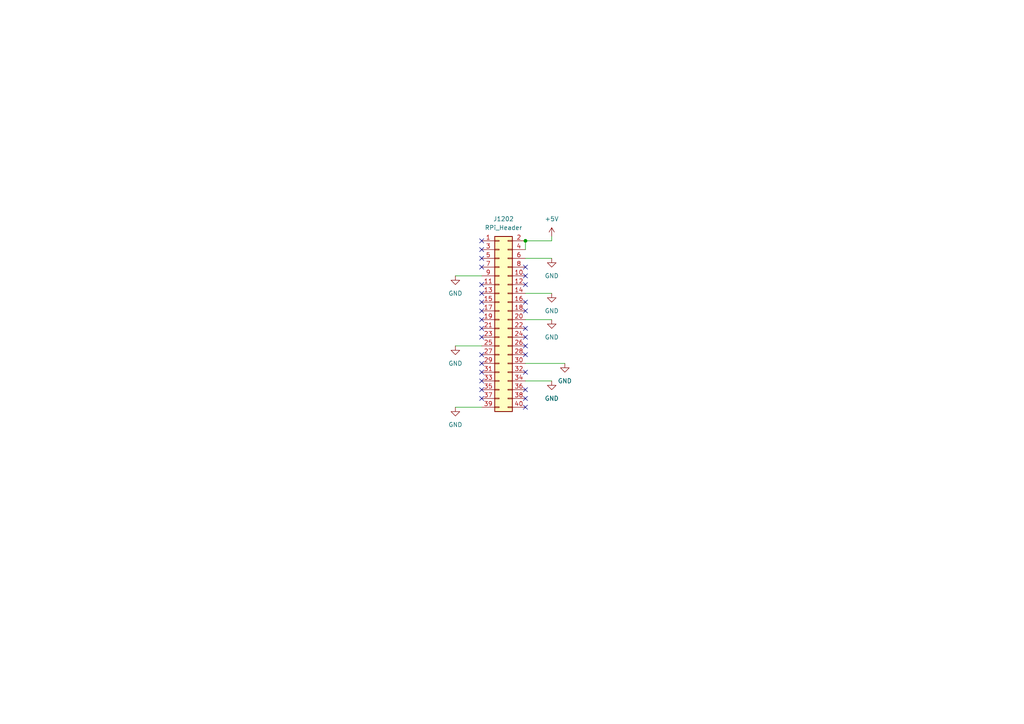
<source format=kicad_sch>
(kicad_sch (version 20230121) (generator eeschema)
  (paper "A4")
  (lib_symbols
    (symbol "GND_1" (power) (pin_names (offset 0))
      (property "Value" "GND_1" (at 0 -3.81 0))
      (symbol "GND_1_0_1"
        (polyline (pts (xy 0 0) (xy 0 -1.27) (xy 1.27 -1.27) (xy 0 -2.54) (xy -1.27 -1.27) (xy 0 -1.27)))
      )
      (symbol "GND_1_1_1"
        (pin power_in line (at 0 0 270) (length 0) hide (name "GND") (number "1"))
      )
    )
    (symbol "GND_2" (power) (pin_names (offset 0))
      (property "Value" "GND_2" (at 0 -3.81 0))
      (symbol "GND_2_0_1"
        (polyline (pts (xy 0 0) (xy 0 -1.27) (xy 1.27 -1.27) (xy 0 -2.54) (xy -1.27 -1.27) (xy 0 -1.27)))
      )
      (symbol "GND_2_1_1"
        (pin power_in line (at 0 0 270) (length 0) hide (name "GND") (number "1"))
      )
    )
    (symbol "GND_3" (power) (pin_names (offset 0))
      (property "Value" "GND_3" (at 0 -3.81 0))
      (symbol "GND_3_0_1"
        (polyline (pts (xy 0 0) (xy 0 -1.27) (xy 1.27 -1.27) (xy 0 -2.54) (xy -1.27 -1.27) (xy 0 -1.27)))
      )
      (symbol "GND_3_1_1"
        (pin power_in line (at 0 0 270) (length 0) hide (name "GND") (number "1"))
      )
    )
    (symbol "GND_4" (power) (pin_names (offset 0))
      (property "Value" "GND_4" (at 0 -3.81 0))
      (symbol "GND_4_0_1"
        (polyline (pts (xy 0 0) (xy 0 -1.27) (xy 1.27 -1.27) (xy 0 -2.54) (xy -1.27 -1.27) (xy 0 -1.27)))
      )
      (symbol "GND_4_1_1"
        (pin power_in line (at 0 0 270) (length 0) hide (name "GND") (number "1"))
      )
    )
    (symbol "GND_5" (power) (pin_names (offset 0))
      (property "Value" "GND_5" (at 0 -3.81 0))
      (symbol "GND_5_0_1"
        (polyline (pts (xy 0 0) (xy 0 -1.27) (xy 1.27 -1.27) (xy 0 -2.54) (xy -1.27 -1.27) (xy 0 -1.27)))
      )
      (symbol "GND_5_1_1"
        (pin power_in line (at 0 0 270) (length 0) hide (name "GND") (number "1"))
      )
    )
    (symbol "GND_6" (power) (pin_names (offset 0))
      (property "Value" "GND_6" (at 0 -3.81 0))
      (symbol "GND_6_0_1"
        (polyline (pts (xy 0 0) (xy 0 -1.27) (xy 1.27 -1.27) (xy 0 -2.54) (xy -1.27 -1.27) (xy 0 -1.27)))
      )
      (symbol "GND_6_1_1"
        (pin power_in line (at 0 0 270) (length 0) hide (name "GND") (number "1"))
      )
    )
    (symbol "GND_7" (power) (pin_names (offset 0))
      (property "Value" "GND_7" (at 0 -3.81 0))
      (symbol "GND_7_0_1"
        (polyline (pts (xy 0 0) (xy 0 -1.27) (xy 1.27 -1.27) (xy 0 -2.54) (xy -1.27 -1.27) (xy 0 -1.27)))
      )
      (symbol "GND_7_1_1"
        (pin power_in line (at 0 0 270) (length 0) hide (name "GND") (number "1"))
      )
    )
    (symbol "OEM:RPi_Header" (pin_names (offset 1.016) hide)
      (property "Reference" "J" (at 1.27 25.4 0))
      (property "Value" "RPi_Header" (at 1.27 -27.94 0))
      (symbol "RPi_Header_1_1"
        (rectangle (start -1.27 -25.273) (end 0 -25.527) (stroke (width 0.1524)))
        (rectangle (start -1.27 -22.733) (end 0 -22.987) (stroke (width 0.1524)))
        (rectangle (start -1.27 -20.193) (end 0 -20.447) (stroke (width 0.1524)))
        (rectangle (start -1.27 -17.653) (end 0 -17.907) (stroke (width 0.1524)))
        (rectangle (start -1.27 -15.113) (end 0 -15.367) (stroke (width 0.1524)))
        (rectangle (start -1.27 -12.573) (end 0 -12.827) (stroke (width 0.1524)))
        (rectangle (start -1.27 -10.033) (end 0 -10.287) (stroke (width 0.1524)))
        (rectangle (start -1.27 -7.493) (end 0 -7.747) (stroke (width 0.1524)))
        (rectangle (start -1.27 -4.953) (end 0 -5.207) (stroke (width 0.1524)))
        (rectangle (start -1.27 -2.413) (end 0 -2.667) (stroke (width 0.1524)))
        (rectangle (start -1.27 0.127) (end 0 -0.127) (stroke (width 0.1524)))
        (rectangle (start -1.27 2.667) (end 0 2.413) (stroke (width 0.1524)))
        (rectangle (start -1.27 5.207) (end 0 4.953) (stroke (width 0.1524)))
        (rectangle (start -1.27 7.747) (end 0 7.493) (stroke (width 0.1524)))
        (rectangle (start -1.27 10.287) (end 0 10.033) (stroke (width 0.1524)))
        (rectangle (start -1.27 12.827) (end 0 12.573) (stroke (width 0.1524)))
        (rectangle (start -1.27 15.367) (end 0 15.113) (stroke (width 0.1524)))
        (rectangle (start -1.27 17.907) (end 0 17.653) (stroke (width 0.1524)))
        (rectangle (start -1.27 20.447) (end 0 20.193) (stroke (width 0.1524)))
        (rectangle (start -1.27 22.987) (end 0 22.733) (stroke (width 0.1524)))
        (rectangle (start -1.27 24.13) (end 3.81 -26.67) (stroke (width 0.254)) (fill (type background)))
        (rectangle (start 3.81 -25.273) (end 2.54 -25.527) (stroke (width 0.1524)))
        (rectangle (start 3.81 -22.733) (end 2.54 -22.987) (stroke (width 0.1524)))
        (rectangle (start 3.81 -20.193) (end 2.54 -20.447) (stroke (width 0.1524)))
        (rectangle (start 3.81 -17.653) (end 2.54 -17.907) (stroke (width 0.1524)))
        (rectangle (start 3.81 -15.113) (end 2.54 -15.367) (stroke (width 0.1524)))
        (rectangle (start 3.81 -12.573) (end 2.54 -12.827) (stroke (width 0.1524)))
        (rectangle (start 3.81 -10.033) (end 2.54 -10.287) (stroke (width 0.1524)))
        (rectangle (start 3.81 -7.493) (end 2.54 -7.747) (stroke (width 0.1524)))
        (rectangle (start 3.81 -4.953) (end 2.54 -5.207) (stroke (width 0.1524)))
        (rectangle (start 3.81 -2.413) (end 2.54 -2.667) (stroke (width 0.1524)))
        (rectangle (start 3.81 0.127) (end 2.54 -0.127) (stroke (width 0.1524)))
        (rectangle (start 3.81 2.667) (end 2.54 2.413) (stroke (width 0.1524)))
        (rectangle (start 3.81 5.207) (end 2.54 4.953) (stroke (width 0.1524)))
        (rectangle (start 3.81 7.747) (end 2.54 7.493) (stroke (width 0.1524)))
        (rectangle (start 3.81 10.287) (end 2.54 10.033) (stroke (width 0.1524)))
        (rectangle (start 3.81 12.827) (end 2.54 12.573) (stroke (width 0.1524)))
        (rectangle (start 3.81 15.367) (end 2.54 15.113) (stroke (width 0.1524)))
        (rectangle (start 3.81 17.907) (end 2.54 17.653) (stroke (width 0.1524)))
        (rectangle (start 3.81 20.447) (end 2.54 20.193) (stroke (width 0.1524)))
        (rectangle (start 3.81 22.987) (end 2.54 22.733) (stroke (width 0.1524)))
        (pin passive line (at -5.08 22.86 0) (length 3.81) (name "Pin_1") (number "1"))
        (pin passive line (at 7.62 12.7 180) (length 3.81) (name "Pin_10") (number "10"))
        (pin passive line (at -5.08 10.16 0) (length 3.81) (name "Pin_11") (number "11"))
        (pin passive line (at 7.62 10.16 180) (length 3.81) (name "Pin_12") (number "12"))
        (pin passive line (at -5.08 7.62 0) (length 3.81) (name "Pin_13") (number "13"))
        (pin passive line (at 7.62 7.62 180) (length 3.81) (name "Pin_14") (number "14"))
        (pin passive line (at -5.08 5.08 0) (length 3.81) (name "Pin_15") (number "15"))
        (pin passive line (at 7.62 5.08 180) (length 3.81) (name "Pin_16") (number "16"))
        (pin passive line (at -5.08 2.54 0) (length 3.81) (name "Pin_17") (number "17"))
        (pin passive line (at 7.62 2.54 180) (length 3.81) (name "Pin_18") (number "18"))
        (pin passive line (at -5.08 0 0) (length 3.81) (name "Pin_19") (number "19"))
        (pin passive line (at 7.62 22.86 180) (length 3.81) (name "Pin_2") (number "2"))
        (pin passive line (at 7.62 0 180) (length 3.81) (name "Pin_20") (number "20"))
        (pin passive line (at -5.08 -2.54 0) (length 3.81) (name "Pin_21") (number "21"))
        (pin passive line (at 7.62 -2.54 180) (length 3.81) (name "Pin_22") (number "22"))
        (pin passive line (at -5.08 -5.08 0) (length 3.81) (name "Pin_23") (number "23"))
        (pin passive line (at 7.62 -5.08 180) (length 3.81) (name "Pin_24") (number "24"))
        (pin passive line (at -5.08 -7.62 0) (length 3.81) (name "Pin_25") (number "25"))
        (pin passive line (at 7.62 -7.62 180) (length 3.81) (name "Pin_26") (number "26"))
        (pin passive line (at -5.08 -10.16 0) (length 3.81) (name "Pin_27") (number "27"))
        (pin passive line (at 7.62 -10.16 180) (length 3.81) (name "Pin_28") (number "28"))
        (pin passive line (at -5.08 -12.7 0) (length 3.81) (name "Pin_29") (number "29"))
        (pin passive line (at -5.08 20.32 0) (length 3.81) (name "Pin_3") (number "3"))
        (pin passive line (at 7.62 -12.7 180) (length 3.81) (name "Pin_30") (number "30"))
        (pin passive line (at -5.08 -15.24 0) (length 3.81) (name "Pin_31") (number "31"))
        (pin passive line (at 7.62 -15.24 180) (length 3.81) (name "Pin_32") (number "32"))
        (pin passive line (at -5.08 -17.78 0) (length 3.81) (name "Pin_33") (number "33"))
        (pin passive line (at 7.62 -17.78 180) (length 3.81) (name "Pin_34") (number "34"))
        (pin passive line (at -5.08 -20.32 0) (length 3.81) (name "Pin_35") (number "35"))
        (pin passive line (at 7.62 -20.32 180) (length 3.81) (name "Pin_36") (number "36"))
        (pin passive line (at -5.08 -22.86 0) (length 3.81) (name "Pin_37") (number "37"))
        (pin passive line (at 7.62 -22.86 180) (length 3.81) (name "Pin_38") (number "38"))
        (pin passive line (at -5.08 -25.4 0) (length 3.81) (name "Pin_39") (number "39"))
        (pin passive line (at 7.62 20.32 180) (length 3.81) (name "Pin_4") (number "4"))
        (pin passive line (at 7.62 -25.4 180) (length 3.81) (name "Pin_40") (number "40"))
        (pin passive line (at -5.08 17.78 0) (length 3.81) (name "Pin_5") (number "5"))
        (pin passive line (at 7.62 17.78 180) (length 3.81) (name "Pin_6") (number "6"))
        (pin passive line (at -5.08 15.24 0) (length 3.81) (name "Pin_7") (number "7"))
        (pin passive line (at 7.62 15.24 180) (length 3.81) (name "Pin_8") (number "8"))
        (pin passive line (at -5.08 12.7 0) (length 3.81) (name "Pin_9") (number "9"))
      )
    )
    (symbol "power:+5V" (power) (pin_names (offset 0))
      (property "Value" "+5V" (at 0 3.556 0))
      (symbol "+5V_0_1"
        (polyline (pts (xy -0.762 1.27) (xy 0 2.54)))
        (polyline (pts (xy 0 0) (xy 0 2.54)))
        (polyline (pts (xy 0 2.54) (xy 0.762 1.27)))
      )
      (symbol "+5V_1_1"
        (pin power_in line (at 0 0 90) (length 0) hide (name "+5V") (number "1"))
      )
    )
    (symbol "power:GND" (power) (pin_names (offset 0))
      (property "Value" "GND" (at 0 -3.81 0))
      (symbol "GND_0_1"
        (polyline (pts (xy 0 0) (xy 0 -1.27) (xy 1.27 -1.27) (xy 0 -2.54) (xy -1.27 -1.27) (xy 0 -1.27)))
      )
      (symbol "GND_1_1"
        (pin power_in line (at 0 0 270) (length 0) hide (name "GND") (number "1"))
      )
    )
  )
  (junction (at 152.4 69.85))
  (no_connect (at 139.7 102.87))
  (no_connect (at 139.7 97.79))
  (no_connect (at 152.4 107.95))
  (no_connect (at 152.4 113.03))
  (no_connect (at 152.4 90.17))
  (no_connect (at 139.7 74.93))
  (no_connect (at 139.7 87.63))
  (no_connect (at 139.7 110.49))
  (no_connect (at 152.4 82.55))
  (no_connect (at 139.7 72.39))
  (no_connect (at 152.4 97.79))
  (no_connect (at 139.7 95.25))
  (no_connect (at 152.4 77.47))
  (no_connect (at 139.7 85.09))
  (no_connect (at 152.4 102.87))
  (no_connect (at 152.4 118.11))
  (no_connect (at 139.7 92.71))
  (no_connect (at 139.7 105.41))
  (no_connect (at 139.7 77.47))
  (no_connect (at 139.7 113.03))
  (no_connect (at 139.7 82.55))
  (no_connect (at 152.4 87.63))
  (no_connect (at 139.7 69.85))
  (no_connect (at 152.4 100.33))
  (no_connect (at 139.7 107.95))
  (no_connect (at 139.7 90.17))
  (no_connect (at 152.4 115.57))
  (no_connect (at 152.4 80.01))
  (no_connect (at 139.7 115.57))
  (no_connect (at 152.4 95.25))
  (wire (pts (xy 160.02 68.58) (xy 160.02 69.85)))
  (wire (pts (xy 132.08 100.33) (xy 139.7 100.33)))
  (wire (pts (xy 152.4 92.71) (xy 160.02 92.71)))
  (wire (pts (xy 152.4 69.85) (xy 152.4 72.39)))
  (wire (pts (xy 152.4 74.93) (xy 160.02 74.93)))
  (wire (pts (xy 132.08 80.01) (xy 139.7 80.01)))
  (wire (pts (xy 152.4 85.09) (xy 160.02 85.09)))
  (wire (pts (xy 152.4 110.49) (xy 160.02 110.49)))
  (wire (pts (xy 152.4 69.85) (xy 160.02 69.85)))
  (wire (pts (xy 132.08 118.11) (xy 139.7 118.11)))
  (wire (pts (xy 152.4 105.41) (xy 163.83 105.41)))
  (symbol (lib_id "power:GND") (at 160.02 92.71 0) (unit 1)
    (property "Reference" "#PWR?" (effects hide))
    (property "Value" "GND" (at 160.02 97.79 0))
  )
  (symbol (lib_name "GND_7") (lib_id "power:GND") (at 163.83 105.41 0) (unit 1)
    (property "Reference" "#PWR?" (effects hide))
    (property "Value" "GND" (at 163.83 110.49 0))
  )
  (symbol (lib_name "GND_3") (lib_id "power:GND") (at 160.02 85.09 0) (unit 1)
    (property "Reference" "#PWR?" (effects hide))
    (property "Value" "GND" (at 160.02 90.17 0))
  )
  (symbol (lib_name "GND_2") (lib_id "power:GND") (at 160.02 74.93 0) (unit 1)
    (property "Reference" "#PWR?" (effects hide))
    (property "Value" "GND" (at 160.02 80.01 0))
  )
  (symbol (lib_id "OEM:RPi_Header") (at 144.78 92.71 0) (unit 1)
    (property "Reference" "J1202" (at 146.05 63.5 0))
    (property "Value" "RPi_Header" (at 146.05 66.04 0))
    (property "Footprint" "footprints:SULLINS_SFH11-PBPC-D20-ST-BK" (effects hide))
    (property "MPN" "SFH11-PBPC-D20-ST-BK" (effects hide))
    (property "MFN" "Sullins" (effects hide))
    (property "DKPN" "S9200-ND" (effects hide))
    (property "NewDesigns" "YES" (effects hide))
    (property "Stocked" "Bulk" (effects hide))
    (property "Package" "Custom" (effects hide))
    (property "Style" "THT" (effects hide))
  )
  (symbol (lib_name "GND_1") (lib_id "power:GND") (at 132.08 80.01 0) (unit 1)
    (property "Reference" "#PWR?" (effects hide))
    (property "Value" "GND" (at 132.08 85.09 0))
  )
  (symbol (lib_name "GND_4") (lib_id "power:GND") (at 132.08 100.33 0) (unit 1)
    (property "Reference" "#PWR?" (effects hide))
    (property "Value" "GND" (at 132.08 105.41 0))
  )
  (symbol (lib_id "power:+5V") (at 160.02 68.58 0) (unit 1)
    (property "Reference" "#PWR?" (effects hide))
    (property "Value" "+5V" (at 160.02 63.5 0))
  )
  (symbol (lib_name "GND_5") (lib_id "power:GND") (at 160.02 110.49 0) (unit 1)
    (property "Reference" "#PWR?" (effects hide))
    (property "Value" "GND" (at 160.02 115.57 0))
  )
  (symbol (lib_name "GND_6") (lib_id "power:GND") (at 132.08 118.11 0) (unit 1)
    (property "Reference" "#PWR?" (effects hide))
    (property "Value" "GND" (at 132.08 123.19 0))
  )
)
</source>
